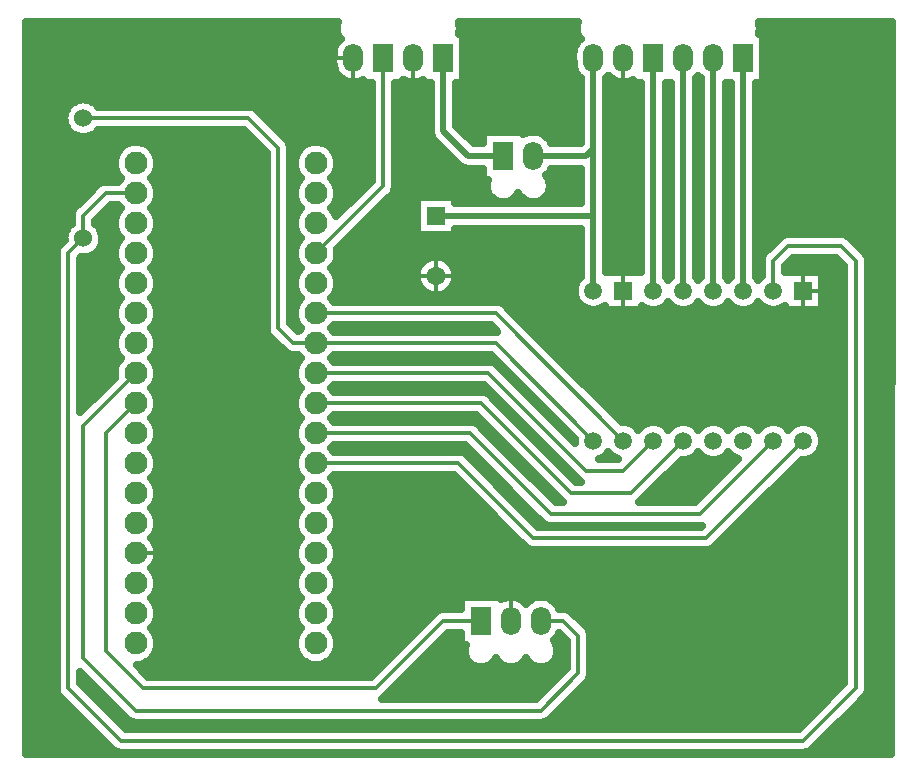
<source format=gbr>
%TF.GenerationSoftware,Novarm,DipTrace,3.2.0.1*%
%TF.CreationDate,2018-02-07T16:10:31+00:00*%
%FSLAX35Y35*%
%MOMM*%
%TF.FileFunction,Copper,L2,Bot*%
%TF.Part,Single*%
%TA.AperFunction,Conductor*%
%ADD14C,0.33*%
%ADD15C,0.5*%
%TA.AperFunction,CopperBalancing*%
%ADD16C,0.635*%
%TA.AperFunction,ComponentPad*%
%ADD17C,1.6*%
%ADD21R,1.6X1.6*%
%ADD22R,1.7X2.4*%
%ADD25C,1.5*%
%ADD26O,1.7X2.4*%
%ADD27C,1.524*%
%ADD31C,1.524*%
%ADD33C,1.9304*%
%ADD37R,1.5X1.5*%
%TA.AperFunction,CopperBalancing*%
%ADD65C,0.33*%
G75*
G01*
%LPD*%
X1571500Y5445000D2*
D14*
X1444500Y5318000D1*
Y1635000D1*
X1889000Y1190500D1*
X7667500D1*
X8112000Y1635000D1*
Y5254500D1*
X7985000Y5381500D1*
X7540500D1*
X7413500Y5254500D1*
Y5000500D1*
X1571500Y5445000D2*
Y5635500D1*
X1762000Y5826000D1*
X2016000D1*
X3540000Y4556000D2*
X5064000D1*
X5889500Y3730500D1*
X1571500Y6461000D2*
X2968500D1*
X3222500Y6207000D1*
Y4683000D1*
X3349500Y4556000D1*
X3540000D1*
Y3540000D2*
X4746500D1*
X5381500Y2905000D1*
X6842000D1*
X7667500Y3730500D1*
X2016000Y4048000D2*
X1762000Y3794000D1*
Y1952500D1*
X2079500Y1635000D1*
X4048000D1*
X4619500Y2206500D1*
X4937000D1*
X5127500Y6143500D2*
D15*
X4829500D1*
X4619500Y6353500D1*
Y6969000D1*
X5889500Y5000500D2*
Y5635500D1*
Y6204500D1*
X5828500Y6143500D1*
X5381500D1*
X5889500Y6204500D2*
Y6969000D1*
X4556000Y5635500D2*
X5889500D1*
X3540000Y4810000D2*
D14*
X5064000D1*
X6143500Y3730500D1*
X3540000Y3794000D2*
X4845000D1*
X5526990Y3112010D1*
X6795010D1*
X7413500Y3730500D1*
X6651500D2*
X6207000Y3286000D1*
X5699000D1*
X4937000Y4048000D1*
X3540000D1*
Y4302000D2*
X5000500D1*
X5826000Y3476500D1*
X6143500D1*
X6397500Y3730500D1*
Y5000500D2*
D15*
Y6969000D1*
X6651500Y5000500D2*
Y6969000D1*
X6905500Y5000500D2*
Y6969000D1*
X7159500Y5000500D2*
Y6969000D1*
X2016000Y4302000D2*
D14*
X1571500Y3857500D1*
Y1889000D1*
X2016000Y1444500D1*
X5445000D1*
X5762500Y1762000D1*
Y2079500D1*
X5635500Y2206500D1*
X5445000D1*
X3540000Y5318000D2*
X4111500Y5889500D1*
Y6969000D1*
X1088146Y7212083D2*
D16*
X3712295D1*
X4764695D2*
X5744300D1*
X7304747D2*
X8411774D1*
X1088146Y7148917D2*
X3733167D1*
X4795138D2*
X5765172D1*
X7335099D2*
X8411683D1*
X1088146Y7085750D2*
X3702907D1*
X4795138D2*
X5734912D1*
X7335099D2*
X8411591D1*
X1088146Y7022583D2*
X3682854D1*
X4795138D2*
X5714860D1*
X7335099D2*
X8411500D1*
X1088146Y6959417D2*
X3681852D1*
X4795138D2*
X5713857D1*
X7335099D2*
X8411500D1*
X1088146Y6896250D2*
X3686136D1*
X4795138D2*
X5718141D1*
X7335099D2*
X8411409D1*
X1088146Y6833083D2*
X3715211D1*
X4795138D2*
X5747216D1*
X7335099D2*
X8411318D1*
X1088146Y6769917D2*
X3809456D1*
X3905554D2*
X3935875D1*
X4287182D2*
X4317437D1*
X4413510D2*
X4443831D1*
X4795138D2*
X5773831D1*
X6005099D2*
X6095485D1*
X6191492D2*
X6221904D1*
X6767169D2*
X6789790D1*
X7335099D2*
X8411227D1*
X1088146Y6706750D2*
X4004326D1*
X4218640D2*
X4503896D1*
X4735164D2*
X5773831D1*
X6005099D2*
X6281878D1*
X6513146D2*
X6535901D1*
X6767169D2*
X6789790D1*
X7021101D2*
X7043928D1*
X7275125D2*
X8411227D1*
X1088146Y6643583D2*
X4004326D1*
X4218640D2*
X4503896D1*
X4735164D2*
X5773831D1*
X6005099D2*
X6281878D1*
X6513146D2*
X6535901D1*
X6767169D2*
X6789790D1*
X7021101D2*
X7043928D1*
X7275125D2*
X8411136D1*
X1088146Y6580417D2*
X1457893D1*
X1685060D2*
X4004326D1*
X4218640D2*
X4503896D1*
X4735164D2*
X5773831D1*
X6005099D2*
X6281878D1*
X6513146D2*
X6535901D1*
X6767169D2*
X6789790D1*
X7021101D2*
X7043928D1*
X7275125D2*
X8411045D1*
X1088146Y6517250D2*
X1414873D1*
X3061179D2*
X4004326D1*
X4218640D2*
X4503896D1*
X4735164D2*
X5773831D1*
X6005099D2*
X6281878D1*
X6513146D2*
X6535901D1*
X6767169D2*
X6789790D1*
X7021101D2*
X7043928D1*
X7275125D2*
X8410953D1*
X1088146Y6454083D2*
X1404847D1*
X3124343D2*
X4004326D1*
X4218640D2*
X4503896D1*
X4735164D2*
X5773831D1*
X6005099D2*
X6281878D1*
X6513146D2*
X6535901D1*
X6767169D2*
X6789790D1*
X7021101D2*
X7043928D1*
X7275125D2*
X8410862D1*
X1088146Y6390917D2*
X1420797D1*
X3187508D2*
X4004326D1*
X4218640D2*
X4503896D1*
X4743002D2*
X5773831D1*
X6005099D2*
X6281878D1*
X6513146D2*
X6535901D1*
X6767169D2*
X6789790D1*
X7021101D2*
X7043928D1*
X7275125D2*
X8410862D1*
X1088146Y6327750D2*
X1475667D1*
X1667286D2*
X2952867D1*
X3250672D2*
X4004326D1*
X4218640D2*
X4506904D1*
X4806166D2*
X4951878D1*
X5467703D2*
X5773831D1*
X6005099D2*
X6281878D1*
X6513146D2*
X6535901D1*
X6767169D2*
X6789790D1*
X7021101D2*
X7043928D1*
X7275125D2*
X8410771D1*
X1088146Y6264583D2*
X3016032D1*
X3311557D2*
X4004326D1*
X4218640D2*
X4547464D1*
X4869330D2*
X4951878D1*
X5533601D2*
X5773831D1*
X6005099D2*
X6281878D1*
X6513146D2*
X6535901D1*
X6767169D2*
X6789790D1*
X7021101D2*
X7043928D1*
X7275125D2*
X8410680D1*
X1088146Y6201417D2*
X1875706D1*
X2156284D2*
X3079196D1*
X3329604D2*
X3399664D1*
X3680333D2*
X4004326D1*
X4218640D2*
X4610719D1*
X6005099D2*
X6281878D1*
X6513146D2*
X6535901D1*
X6767169D2*
X6789790D1*
X7021101D2*
X7043928D1*
X7275125D2*
X8410589D1*
X1088146Y6138250D2*
X1838518D1*
X2193562D2*
X3115380D1*
X3329604D2*
X3362477D1*
X3717521D2*
X4004326D1*
X4218640D2*
X4673883D1*
X6005099D2*
X6281878D1*
X6513146D2*
X6535901D1*
X6767169D2*
X6789790D1*
X7021101D2*
X7043928D1*
X7275125D2*
X8410589D1*
X1088146Y6075083D2*
X1828948D1*
X2203133D2*
X3115380D1*
X3329604D2*
X3352981D1*
X3727091D2*
X4004326D1*
X4218640D2*
X4737047D1*
X6005099D2*
X6281878D1*
X6513146D2*
X6535901D1*
X6767169D2*
X6789790D1*
X7021101D2*
X7043928D1*
X7275125D2*
X8410498D1*
X1088146Y6011917D2*
X1842164D1*
X2189825D2*
X3115380D1*
X3329604D2*
X3366123D1*
X3713875D2*
X4004326D1*
X4218640D2*
X4951878D1*
X5526857D2*
X5773831D1*
X6005099D2*
X6281878D1*
X6513146D2*
X6535901D1*
X6767169D2*
X6789790D1*
X7021101D2*
X7043928D1*
X7275125D2*
X8410407D1*
X1088146Y5948750D2*
X1876891D1*
X2155099D2*
X3115380D1*
X3329604D2*
X3400849D1*
X3679148D2*
X4004326D1*
X4218640D2*
X4951878D1*
X5513914D2*
X5773831D1*
X6005099D2*
X6281878D1*
X6513146D2*
X6535901D1*
X6767169D2*
X6789790D1*
X7021101D2*
X7043928D1*
X7275125D2*
X8410315D1*
X1088146Y5885583D2*
X1672724D1*
X2193015D2*
X3115380D1*
X3329604D2*
X3362933D1*
X3717065D2*
X3958662D1*
X4218549D2*
X4981956D1*
X5527130D2*
X5773831D1*
X6005099D2*
X6281878D1*
X6513146D2*
X6535901D1*
X6767169D2*
X6789790D1*
X7021101D2*
X7043928D1*
X7275125D2*
X8410315D1*
X1088146Y5822417D2*
X1609560D1*
X2203133D2*
X3115380D1*
X3329604D2*
X3352805D1*
X3727091D2*
X3895498D1*
X4193028D2*
X4999091D1*
X5509903D2*
X5773831D1*
X6005099D2*
X6281878D1*
X6513146D2*
X6535901D1*
X6767169D2*
X6789790D1*
X7021101D2*
X7043928D1*
X7275125D2*
X8410224D1*
X1088146Y5759250D2*
X1546396D1*
X2190372D2*
X3115380D1*
X3329604D2*
X3365576D1*
X3714422D2*
X3832334D1*
X4130138D2*
X4385315D1*
X4726596D2*
X5071826D1*
X5183237D2*
X5325758D1*
X5437169D2*
X5773831D1*
X6005099D2*
X6281878D1*
X6513146D2*
X6535901D1*
X6767169D2*
X6789790D1*
X7021101D2*
X7043928D1*
X7275125D2*
X8410133D1*
X1088146Y5696083D2*
X1484599D1*
X1780945D2*
X1878167D1*
X2153823D2*
X3115380D1*
X3329604D2*
X3402125D1*
X3677872D2*
X3769170D1*
X4066974D2*
X4385315D1*
X6005099D2*
X6281878D1*
X6513146D2*
X6535901D1*
X6767169D2*
X6789790D1*
X7021101D2*
X7043928D1*
X7275125D2*
X8410042D1*
X1088146Y5632917D2*
X1464365D1*
X1717781D2*
X1839430D1*
X2192560D2*
X3115380D1*
X3329604D2*
X3363388D1*
X4003810D2*
X4385315D1*
X6005099D2*
X6281878D1*
X6513146D2*
X6535901D1*
X6767169D2*
X6789790D1*
X7021101D2*
X7043928D1*
X7275125D2*
X8410042D1*
X1088146Y5569750D2*
X1464183D1*
X1678862D2*
X1828857D1*
X2203133D2*
X3115380D1*
X3329604D2*
X3352805D1*
X3940646D2*
X4385315D1*
X6005099D2*
X6281878D1*
X6513146D2*
X6535901D1*
X6767169D2*
X6789790D1*
X7021101D2*
X7043928D1*
X7275125D2*
X8409951D1*
X1088146Y5506583D2*
X1416969D1*
X1726075D2*
X1841071D1*
X2190919D2*
X3115380D1*
X3329604D2*
X3365120D1*
X3877482D2*
X4385315D1*
X4726596D2*
X5773831D1*
X6005099D2*
X6281878D1*
X6513146D2*
X6535901D1*
X6767169D2*
X6789790D1*
X7021101D2*
X7043928D1*
X7275125D2*
X8409860D1*
X1088146Y5443417D2*
X1404664D1*
X1738289D2*
X1879443D1*
X2152547D2*
X3115380D1*
X3329604D2*
X3403401D1*
X3814317D2*
X5773831D1*
X6005099D2*
X6281878D1*
X6513146D2*
X6535901D1*
X6767169D2*
X6789790D1*
X7021101D2*
X7043928D1*
X7275125D2*
X7453558D1*
X8072013D2*
X8409768D1*
X1088146Y5380250D2*
X1358909D1*
X1724708D2*
X1839886D1*
X2192104D2*
X3115380D1*
X3329604D2*
X3363935D1*
X3751153D2*
X5773831D1*
X6005099D2*
X6281878D1*
X6513146D2*
X6535901D1*
X6767169D2*
X6789790D1*
X7021101D2*
X7043928D1*
X7275125D2*
X7390393D1*
X8135177D2*
X8409677D1*
X1088146Y5317083D2*
X1337399D1*
X1674760D2*
X1828857D1*
X2203133D2*
X3115380D1*
X3329604D2*
X3352805D1*
X3727182D2*
X5773831D1*
X6005099D2*
X6281878D1*
X6513146D2*
X6535901D1*
X6767169D2*
X6789790D1*
X7021101D2*
X7043928D1*
X7275125D2*
X7328141D1*
X8197338D2*
X8409677D1*
X1088146Y5253917D2*
X1337399D1*
X1551622D2*
X1840615D1*
X2191466D2*
X3115380D1*
X3329604D2*
X3364573D1*
X3715424D2*
X4444742D1*
X4667260D2*
X5773831D1*
X6005099D2*
X6281878D1*
X6513146D2*
X6535901D1*
X6767169D2*
X6789790D1*
X7021101D2*
X7043928D1*
X7275125D2*
X7306357D1*
X7561778D2*
X7963701D1*
X8219122D2*
X8409586D1*
X1088146Y5190750D2*
X1337399D1*
X1551622D2*
X1880719D1*
X2151271D2*
X3115380D1*
X3329604D2*
X3404677D1*
X3675320D2*
X4397985D1*
X4714018D2*
X5773831D1*
X6005099D2*
X6281878D1*
X6513146D2*
X6535901D1*
X6767169D2*
X6789790D1*
X7021101D2*
X7043928D1*
X7275125D2*
X7306357D1*
X7520672D2*
X8004899D1*
X8219122D2*
X8409495D1*
X1088146Y5127583D2*
X1337399D1*
X1551622D2*
X1840433D1*
X2191648D2*
X3115380D1*
X3329604D2*
X3364391D1*
X3715607D2*
X4385315D1*
X4726596D2*
X5773831D1*
X6513146D2*
X6535901D1*
X6767169D2*
X6789790D1*
X7021101D2*
X7043928D1*
X7275125D2*
X7306357D1*
X7833120D2*
X8004899D1*
X8219122D2*
X8409404D1*
X1088146Y5064417D2*
X1337399D1*
X1551622D2*
X1828857D1*
X2203133D2*
X3115380D1*
X3329604D2*
X3352805D1*
X3727182D2*
X4397985D1*
X4714018D2*
X5737282D1*
X7833120D2*
X8004899D1*
X8219122D2*
X8409404D1*
X1088146Y5001250D2*
X1337399D1*
X1551622D2*
X1840068D1*
X2191922D2*
X3115380D1*
X3329604D2*
X3364117D1*
X3715880D2*
X4444560D1*
X4667442D2*
X5723883D1*
X7833120D2*
X8004899D1*
X8219122D2*
X8409313D1*
X1088146Y4938083D2*
X1337399D1*
X1551622D2*
X1879899D1*
X2152091D2*
X3115380D1*
X3329604D2*
X3403857D1*
X3676140D2*
X5736643D1*
X7833120D2*
X8004899D1*
X8219122D2*
X8409222D1*
X1088146Y4874917D2*
X1337399D1*
X1551622D2*
X1840888D1*
X2191101D2*
X3115380D1*
X3329604D2*
X3364938D1*
X5147963D2*
X5785133D1*
X6501843D2*
X6547203D1*
X6755867D2*
X6801136D1*
X7009799D2*
X7055159D1*
X7263823D2*
X7309183D1*
X7833120D2*
X8004899D1*
X8219122D2*
X8409130D1*
X1088146Y4811750D2*
X1337399D1*
X1551622D2*
X1828857D1*
X2203133D2*
X3115380D1*
X3329604D2*
X3352805D1*
X5211127D2*
X8004899D1*
X8219122D2*
X8409130D1*
X1088146Y4748583D2*
X1337399D1*
X1551622D2*
X1839612D1*
X2192377D2*
X3115380D1*
X3329604D2*
X3363571D1*
X5274291D2*
X8004899D1*
X8219122D2*
X8409039D1*
X1088146Y4685417D2*
X1337399D1*
X1551622D2*
X1878623D1*
X2153367D2*
X3115380D1*
X3368979D2*
X3402581D1*
X3677416D2*
X5039651D1*
X5337455D2*
X8004899D1*
X8219122D2*
X8408948D1*
X1088146Y4622250D2*
X1337399D1*
X1551622D2*
X1841435D1*
X2190554D2*
X3135706D1*
X5400620D2*
X8004899D1*
X8219122D2*
X8408857D1*
X1088146Y4559083D2*
X1337399D1*
X1551622D2*
X1828857D1*
X2203133D2*
X3197503D1*
X5463784D2*
X8004899D1*
X8219122D2*
X8408857D1*
X1088146Y4495917D2*
X1337399D1*
X1551622D2*
X1839157D1*
X2192924D2*
X3260667D1*
X5526948D2*
X8004899D1*
X8219122D2*
X8408766D1*
X1088146Y4432750D2*
X1337399D1*
X1551622D2*
X1877347D1*
X2154643D2*
X3401396D1*
X3678601D2*
X5038375D1*
X5590112D2*
X8004899D1*
X8219122D2*
X8408675D1*
X1088146Y4369583D2*
X1337399D1*
X1551622D2*
X1841982D1*
X2190099D2*
X3365940D1*
X5081791D2*
X5101575D1*
X5653276D2*
X8004899D1*
X8219122D2*
X8408584D1*
X1088146Y4306417D2*
X1337399D1*
X1551622D2*
X1828857D1*
X2203133D2*
X3352907D1*
X5144955D2*
X5164703D1*
X5716440D2*
X8004899D1*
X8219122D2*
X8408584D1*
X1088146Y4243250D2*
X1337399D1*
X1551622D2*
X1808349D1*
X2193380D2*
X3362659D1*
X5208120D2*
X5227887D1*
X5779604D2*
X8004899D1*
X8219122D2*
X8408492D1*
X1088146Y4180083D2*
X1337399D1*
X1551622D2*
X1745185D1*
X2155919D2*
X3400120D1*
X3679877D2*
X4973571D1*
X5271284D2*
X5290970D1*
X5842768D2*
X8004899D1*
X8219122D2*
X8408401D1*
X1088146Y4116917D2*
X1337399D1*
X1551622D2*
X1682021D1*
X2189552D2*
X3366487D1*
X5016987D2*
X5036680D1*
X5334448D2*
X5354196D1*
X5905932D2*
X8004899D1*
X8219122D2*
X8408310D1*
X1088146Y4053750D2*
X1337399D1*
X1551622D2*
X1618857D1*
X2203041D2*
X3352907D1*
X5080151D2*
X5099780D1*
X5397612D2*
X5417360D1*
X5969096D2*
X8004899D1*
X8219122D2*
X8408219D1*
X1088146Y3990583D2*
X1337399D1*
X2193836D2*
X3362203D1*
X5143315D2*
X5163063D1*
X5460776D2*
X5480516D1*
X6032260D2*
X8004899D1*
X8219122D2*
X8408219D1*
X1088146Y3927417D2*
X1337399D1*
X2157104D2*
X3398935D1*
X3681062D2*
X4908675D1*
X5206479D2*
X5226207D1*
X5523940D2*
X5543756D1*
X6095515D2*
X8004899D1*
X8219122D2*
X8408128D1*
X1088146Y3864250D2*
X1337399D1*
X2188914D2*
X3367034D1*
X4923653D2*
X4971839D1*
X5269643D2*
X5289347D1*
X5587104D2*
X5606852D1*
X6236336D2*
X6304664D1*
X6490359D2*
X6558597D1*
X6744383D2*
X6812620D1*
X6998406D2*
X7066643D1*
X7252338D2*
X7320667D1*
X7506362D2*
X7574599D1*
X7760385D2*
X8004899D1*
X8219122D2*
X8408037D1*
X1088146Y3801083D2*
X1337399D1*
X2203041D2*
X3352998D1*
X4986817D2*
X5035003D1*
X5332807D2*
X5352555D1*
X5650268D2*
X5669978D1*
X7816622D2*
X8004899D1*
X8219122D2*
X8407946D1*
X1088146Y3737917D2*
X1337399D1*
X2194200D2*
X3361748D1*
X5049982D2*
X5098167D1*
X5395971D2*
X5415719D1*
X7832937D2*
X8004899D1*
X8219122D2*
X8407946D1*
X1088146Y3674750D2*
X1337399D1*
X2158289D2*
X3397750D1*
X3682247D2*
X4815341D1*
X5113146D2*
X5161331D1*
X5459135D2*
X5478931D1*
X7823093D2*
X8004899D1*
X8219122D2*
X8407854D1*
X1088146Y3611583D2*
X1337399D1*
X2188367D2*
X3367581D1*
X4823849D2*
X4878505D1*
X5176310D2*
X5224495D1*
X5522299D2*
X5542071D1*
X6001817D2*
X6031136D1*
X6763797D2*
X6793206D1*
X7017820D2*
X7047115D1*
X7779799D2*
X8004899D1*
X8219122D2*
X8407763D1*
X1088146Y3548417D2*
X1337399D1*
X2202950D2*
X3352998D1*
X4887013D2*
X4941670D1*
X5239474D2*
X5287659D1*
X5585463D2*
X5605211D1*
X6618328D2*
X7082503D1*
X7634330D2*
X8004899D1*
X8219122D2*
X8407672D1*
X1088146Y3485250D2*
X1337399D1*
X2194656D2*
X3361292D1*
X4950177D2*
X5004834D1*
X5302638D2*
X5350823D1*
X5648627D2*
X5668326D1*
X6555164D2*
X7019339D1*
X7571166D2*
X8004899D1*
X8219122D2*
X8407672D1*
X1088146Y3422083D2*
X1337399D1*
X2159383D2*
X3396565D1*
X3683432D2*
X4715537D1*
X5013341D2*
X5067998D1*
X5365802D2*
X5413987D1*
X5711791D2*
X5731575D1*
X6492000D2*
X6956175D1*
X7508002D2*
X8004899D1*
X8219122D2*
X8407581D1*
X1088146Y3358917D2*
X1337399D1*
X2187820D2*
X3368219D1*
X3711778D2*
X4778701D1*
X5076505D2*
X5131162D1*
X5428966D2*
X5477151D1*
X6428836D2*
X6893011D1*
X7444838D2*
X8004899D1*
X8219122D2*
X8407490D1*
X1088146Y3295750D2*
X1337399D1*
X2202859D2*
X3353089D1*
X3726909D2*
X4841865D1*
X5139669D2*
X5194326D1*
X5492130D2*
X5540407D1*
X6365672D2*
X6829847D1*
X7381674D2*
X8004899D1*
X8219122D2*
X8407399D1*
X1088146Y3232583D2*
X1337399D1*
X2195112D2*
X3360927D1*
X3719070D2*
X4905029D1*
X5202833D2*
X5257490D1*
X5555294D2*
X5603571D1*
X6302508D2*
X6766683D1*
X7318510D2*
X8004899D1*
X8219122D2*
X8407399D1*
X1088146Y3169417D2*
X1337399D1*
X2160567D2*
X3395472D1*
X3684526D2*
X4968193D1*
X5265997D2*
X5320654D1*
X7255346D2*
X8004899D1*
X8219122D2*
X8407308D1*
X1088146Y3106250D2*
X1337399D1*
X2187182D2*
X3368766D1*
X3711232D2*
X5031357D1*
X5329161D2*
X5383818D1*
X7192182D2*
X8004899D1*
X8219122D2*
X8407216D1*
X1088146Y3043083D2*
X1337399D1*
X2202859D2*
X3353180D1*
X3726817D2*
X5094521D1*
X5392325D2*
X5446982D1*
X7128927D2*
X8004899D1*
X8219122D2*
X8407125D1*
X1088146Y2979917D2*
X1337399D1*
X2195476D2*
X3360472D1*
X3719526D2*
X5157685D1*
X7065763D2*
X8004899D1*
X8219122D2*
X8407125D1*
X1088146Y2916750D2*
X1337399D1*
X2161661D2*
X3394287D1*
X3685711D2*
X5220849D1*
X7002599D2*
X8004899D1*
X8219122D2*
X8407034D1*
X1088146Y2853583D2*
X1337399D1*
X2186635D2*
X3369404D1*
X3710593D2*
X5284013D1*
X6939435D2*
X8004899D1*
X8219122D2*
X8406943D1*
X1088146Y2790417D2*
X1337399D1*
X2202768D2*
X3353271D1*
X3726726D2*
X8004899D1*
X8219122D2*
X8406852D1*
X1088146Y2727250D2*
X1337399D1*
X2195932D2*
X3360107D1*
X3719890D2*
X8004899D1*
X8219122D2*
X8406761D1*
X1088146Y2664083D2*
X1337399D1*
X2162755D2*
X3393284D1*
X3686804D2*
X8004899D1*
X8219122D2*
X8406761D1*
X1088146Y2600917D2*
X1337399D1*
X2185997D2*
X3370042D1*
X3709955D2*
X8004899D1*
X8219122D2*
X8406670D1*
X1088146Y2537750D2*
X1337399D1*
X2202677D2*
X3353362D1*
X3726635D2*
X8004899D1*
X8219122D2*
X8406578D1*
X1088146Y2474583D2*
X1337399D1*
X2196297D2*
X3359742D1*
X3720255D2*
X8004899D1*
X8219122D2*
X8406487D1*
X1088146Y2411417D2*
X1337399D1*
X2163849D2*
X3392190D1*
X3687807D2*
X8004899D1*
X8219122D2*
X8406487D1*
X1088146Y2348250D2*
X1337399D1*
X2185359D2*
X3370680D1*
X3709317D2*
X4761383D1*
X5582729D2*
X8004899D1*
X8219122D2*
X8406396D1*
X1088146Y2285083D2*
X1337399D1*
X2202495D2*
X3353453D1*
X3726544D2*
X4550016D1*
X5704955D2*
X8004899D1*
X8219122D2*
X8406305D1*
X1088146Y2221917D2*
X1337399D1*
X2196661D2*
X3359378D1*
X3720620D2*
X4486032D1*
X5768940D2*
X8004899D1*
X8219122D2*
X8406214D1*
X1088146Y2158750D2*
X1337399D1*
X2164851D2*
X3391097D1*
X3688901D2*
X4422867D1*
X5832104D2*
X8004899D1*
X8219122D2*
X8406214D1*
X1088146Y2095583D2*
X1337399D1*
X2184721D2*
X3371318D1*
X3708679D2*
X4359703D1*
X4657508D2*
X4761383D1*
X5868380D2*
X8004899D1*
X8219122D2*
X8406123D1*
X1088146Y2032417D2*
X1337399D1*
X2202403D2*
X3353545D1*
X3726453D2*
X4296539D1*
X4594343D2*
X4761383D1*
X5565411D2*
X5655341D1*
X5869656D2*
X8004899D1*
X8219122D2*
X8406032D1*
X1088146Y1969250D2*
X1337399D1*
X2197026D2*
X3359013D1*
X3720984D2*
X4233375D1*
X4531179D2*
X4792373D1*
X5589656D2*
X5655341D1*
X5869656D2*
X8004899D1*
X8219122D2*
X8405940D1*
X1088146Y1906083D2*
X1337399D1*
X2165945D2*
X3390094D1*
X3689903D2*
X4170211D1*
X4468015D2*
X4799300D1*
X5582638D2*
X5655341D1*
X5869656D2*
X8004899D1*
X8219122D2*
X8405940D1*
X1088146Y1842917D2*
X1337399D1*
X2074617D2*
X3481331D1*
X3598666D2*
X4107047D1*
X4404760D2*
X4844690D1*
X5029291D2*
X5098623D1*
X5283315D2*
X5352646D1*
X5537338D2*
X5655341D1*
X5869656D2*
X8004899D1*
X8219122D2*
X8405849D1*
X1088146Y1779750D2*
X1337399D1*
X2083640D2*
X4043883D1*
X4341596D2*
X5631370D1*
X5869656D2*
X8004899D1*
X8219122D2*
X8405758D1*
X1088146Y1716583D2*
X1337399D1*
X1551622D2*
X1595068D1*
X4278432D2*
X5568206D1*
X5858810D2*
X8004899D1*
X8219122D2*
X8405667D1*
X1088146Y1653417D2*
X1337399D1*
X1574955D2*
X1658232D1*
X4215268D2*
X5505042D1*
X5802846D2*
X7981565D1*
X8219122D2*
X8405576D1*
X1088146Y1590250D2*
X1347880D1*
X1638120D2*
X1721396D1*
X4152104D2*
X5441878D1*
X5739682D2*
X7918401D1*
X8208640D2*
X8405576D1*
X1088146Y1527083D2*
X1403571D1*
X1701284D2*
X1784560D1*
X5676427D2*
X7855237D1*
X8152950D2*
X8405485D1*
X1088146Y1463917D2*
X1466735D1*
X1764448D2*
X1847724D1*
X5613263D2*
X7792073D1*
X8089786D2*
X8405393D1*
X1088146Y1400750D2*
X1529899D1*
X1827612D2*
X1910888D1*
X5550099D2*
X7728818D1*
X8026622D2*
X8405302D1*
X1088146Y1337583D2*
X1593063D1*
X1890776D2*
X7665654D1*
X7963458D2*
X8405302D1*
X1088146Y1274417D2*
X1656227D1*
X7900294D2*
X8405211D1*
X1088146Y1211250D2*
X1719391D1*
X7837130D2*
X8405120D1*
X1088146Y1148083D2*
X1782555D1*
X7773966D2*
X8405029D1*
X1088146Y1084917D2*
X8405029D1*
X4720224Y5122834D2*
X4718636Y5104245D1*
X4714951Y5085956D1*
X4709216Y5068203D1*
X4701505Y5051214D1*
X4691918Y5035209D1*
X4680578Y5020394D1*
X4667631Y5006961D1*
X4653245Y4995082D1*
X4637605Y4984910D1*
X4620913Y4976578D1*
X4603383Y4970191D1*
X4585243Y4965833D1*
X4566725Y4963560D1*
X4548069Y4963402D1*
X4529516Y4965359D1*
X4511303Y4969407D1*
X4493668Y4975494D1*
X4476836Y4983541D1*
X4461025Y4993444D1*
X4446438Y5005077D1*
X4433265Y5018288D1*
X4421674Y5032907D1*
X4411816Y5048746D1*
X4403817Y5065601D1*
X4397780Y5083254D1*
X4393784Y5101478D1*
X4391880Y5120037D1*
X4392092Y5138692D1*
X4394417Y5157203D1*
X4398827Y5175332D1*
X4405263Y5192843D1*
X4413644Y5209511D1*
X4423860Y5225122D1*
X4435780Y5239474D1*
X4449250Y5252383D1*
X4464097Y5263680D1*
X4480129Y5273222D1*
X4497140Y5280884D1*
X4514909Y5286568D1*
X4533209Y5290201D1*
X4551802Y5291736D1*
X4570450Y5291153D1*
X4588911Y5288460D1*
X4606948Y5283691D1*
X4624327Y5276907D1*
X4640826Y5268197D1*
X4656231Y5257673D1*
X4670343Y5245470D1*
X4682981Y5231746D1*
X4693981Y5216677D1*
X4703202Y5200458D1*
X4710524Y5183299D1*
X4715854Y5165420D1*
X4719122Y5147051D1*
X4720290Y5127500D1*
X4720224Y5122834D1*
X4415043Y5799790D2*
X4720290D1*
Y5744829D1*
X5780180Y5744790D1*
X5780210Y6034263D1*
X5533643Y6034210D1*
X5525843Y6020046D1*
X5510229Y5998555D1*
X5491445Y5979771D1*
X5489121Y5977939D1*
X5500264Y5962279D1*
X5510187Y5942804D1*
X5516941Y5922017D1*
X5520361Y5900429D1*
Y5878571D1*
X5516941Y5856983D1*
X5510187Y5836196D1*
X5500264Y5816721D1*
X5487417Y5799038D1*
X5471962Y5783583D1*
X5454279Y5770736D1*
X5434804Y5760813D1*
X5414017Y5754059D1*
X5392429Y5750639D1*
X5370571D1*
X5348983Y5754059D1*
X5328196Y5760813D1*
X5308721Y5770736D1*
X5291038Y5783583D1*
X5275583Y5799038D1*
X5262736Y5816721D1*
X5254548Y5832433D1*
X5246264Y5816721D1*
X5233417Y5799038D1*
X5217962Y5783583D1*
X5200279Y5770736D1*
X5180804Y5760813D1*
X5160017Y5754059D1*
X5138429Y5750639D1*
X5116571D1*
X5094983Y5754059D1*
X5074196Y5760813D1*
X5054721Y5770736D1*
X5037038Y5783583D1*
X5021583Y5799038D1*
X5008736Y5816721D1*
X4998813Y5836196D1*
X4992059Y5856983D1*
X4988639Y5878571D1*
Y5900429D1*
X4992059Y5922017D1*
X4997497Y5939237D1*
X4958210Y5939210D1*
Y6034275D1*
X4820925Y6034547D1*
X4803987Y6037230D1*
X4787676Y6042529D1*
X4772396Y6050315D1*
X4758522Y6060395D1*
X4686224Y6132217D1*
X4536395Y6282522D1*
X4526315Y6296396D1*
X4518529Y6311676D1*
X4513230Y6327987D1*
X4510547Y6344925D1*
X4510210Y6446833D1*
Y6764659D1*
X4450210Y6764710D1*
X4450099Y6787364D1*
X4433449Y6778945D1*
X4415974Y6772410D1*
X4397886Y6767837D1*
X4379404Y6765282D1*
X4360754Y6764777D1*
X4342161Y6766326D1*
X4323852Y6769913D1*
X4306049Y6775492D1*
X4288967Y6782997D1*
X4280779Y6787435D1*
X4280791Y6764709D1*
X4212340D1*
X4211979Y5881592D1*
X4209505Y5865971D1*
X4204618Y5850929D1*
X4197438Y5836837D1*
X4188141Y5824042D1*
X4116773Y5752234D1*
X3717377Y5352838D1*
X3720253Y5332186D1*
Y5303814D1*
X3715814Y5275791D1*
X3707047Y5248807D1*
X3694166Y5223527D1*
X3677489Y5200573D1*
X3668643Y5191003D1*
X3686278Y5170277D1*
X3701103Y5146086D1*
X3711961Y5119873D1*
X3718584Y5092285D1*
X3720810Y5064000D1*
X3718584Y5035715D1*
X3711961Y5008127D1*
X3701103Y4981914D1*
X3686278Y4957723D1*
X3668643Y4937003D1*
X3686278Y4916277D1*
X3689945Y4910790D1*
X5071908Y4910480D1*
X5087529Y4908005D1*
X5102571Y4903118D1*
X5116663Y4895938D1*
X5129458Y4886642D1*
X5201266Y4815273D1*
X6127604Y3888935D1*
X6143500Y3889790D1*
X6168418Y3887829D1*
X6192723Y3881994D1*
X6215816Y3872428D1*
X6237128Y3859368D1*
X6256135Y3843135D1*
X6270463Y3826546D1*
X6284865Y3843135D1*
X6303872Y3859368D1*
X6325184Y3872428D1*
X6348277Y3881994D1*
X6372582Y3887829D1*
X6397500Y3889790D1*
X6422418Y3887829D1*
X6446723Y3881994D1*
X6469816Y3872428D1*
X6491128Y3859368D1*
X6510135Y3843135D1*
X6524463Y3826546D1*
X6538865Y3843135D1*
X6557872Y3859368D1*
X6579184Y3872428D1*
X6602277Y3881994D1*
X6626582Y3887829D1*
X6651500Y3889790D1*
X6676418Y3887829D1*
X6700723Y3881994D1*
X6723816Y3872428D1*
X6745128Y3859368D1*
X6764135Y3843135D1*
X6778463Y3826546D1*
X6792865Y3843135D1*
X6811872Y3859368D1*
X6833184Y3872428D1*
X6856277Y3881994D1*
X6880582Y3887829D1*
X6905500Y3889790D1*
X6930418Y3887829D1*
X6954723Y3881994D1*
X6977816Y3872428D1*
X6999128Y3859368D1*
X7018135Y3843135D1*
X7032463Y3826546D1*
X7046865Y3843135D1*
X7065872Y3859368D1*
X7087184Y3872428D1*
X7110277Y3881994D1*
X7134582Y3887829D1*
X7159500Y3889790D1*
X7184418Y3887829D1*
X7208723Y3881994D1*
X7231816Y3872428D1*
X7253128Y3859368D1*
X7272135Y3843135D1*
X7286463Y3826546D1*
X7300865Y3843135D1*
X7319872Y3859368D1*
X7341184Y3872428D1*
X7364277Y3881994D1*
X7388582Y3887829D1*
X7413500Y3889790D1*
X7438418Y3887829D1*
X7462723Y3881994D1*
X7485816Y3872428D1*
X7507128Y3859368D1*
X7526135Y3843135D1*
X7540463Y3826546D1*
X7554865Y3843135D1*
X7573872Y3859368D1*
X7595184Y3872428D1*
X7618277Y3881994D1*
X7642582Y3887829D1*
X7667500Y3889790D1*
X7692418Y3887829D1*
X7716723Y3881994D1*
X7739816Y3872428D1*
X7761128Y3859368D1*
X7780135Y3843135D1*
X7796368Y3824128D1*
X7809428Y3802816D1*
X7818994Y3779723D1*
X7824829Y3755418D1*
X7826790Y3730500D1*
X7824829Y3705582D1*
X7818994Y3681277D1*
X7809428Y3658184D1*
X7796368Y3636872D1*
X7780135Y3617865D1*
X7761128Y3601632D1*
X7739816Y3588572D1*
X7716723Y3579006D1*
X7692418Y3573171D1*
X7667500Y3571210D1*
X7651654Y3572097D1*
X6907458Y2828358D1*
X6894663Y2819062D1*
X6880571Y2811882D1*
X6865529Y2806994D1*
X6849908Y2804520D1*
X6748667Y2804210D1*
X5373592Y2804520D1*
X5357971Y2806994D1*
X5342929Y2811882D1*
X5328837Y2819062D1*
X5316042Y2828358D1*
X5244234Y2899727D1*
X4704724Y3439237D1*
X3690029Y3439210D1*
X3677489Y3422573D1*
X3668643Y3413003D1*
X3686278Y3392277D1*
X3701103Y3368086D1*
X3711961Y3341873D1*
X3718584Y3314285D1*
X3720810Y3286000D1*
X3718584Y3257715D1*
X3711961Y3230127D1*
X3701103Y3203914D1*
X3686278Y3179723D1*
X3668643Y3159003D1*
X3686278Y3138277D1*
X3701103Y3114086D1*
X3711961Y3087873D1*
X3718584Y3060285D1*
X3720810Y3032000D1*
X3718584Y3003715D1*
X3711961Y2976127D1*
X3701103Y2949914D1*
X3686278Y2925723D1*
X3668643Y2905003D1*
X3686278Y2884277D1*
X3701103Y2860086D1*
X3711961Y2833873D1*
X3718584Y2806285D1*
X3720810Y2778000D1*
X3718584Y2749715D1*
X3711961Y2722127D1*
X3701103Y2695914D1*
X3686278Y2671723D1*
X3668643Y2651003D1*
X3686278Y2630277D1*
X3701103Y2606086D1*
X3711961Y2579873D1*
X3718584Y2552285D1*
X3720810Y2524000D1*
X3718584Y2495715D1*
X3711961Y2468127D1*
X3701103Y2441914D1*
X3686278Y2417723D1*
X3668643Y2397003D1*
X3686278Y2376277D1*
X3701103Y2352086D1*
X3711961Y2325873D1*
X3718584Y2298285D1*
X3720810Y2270000D1*
X3718584Y2241715D1*
X3711961Y2214127D1*
X3701103Y2187914D1*
X3686278Y2163723D1*
X3668643Y2143003D1*
X3686278Y2122277D1*
X3701103Y2098086D1*
X3711961Y2071873D1*
X3718584Y2044285D1*
X3720810Y2016000D1*
X3718584Y1987715D1*
X3711961Y1960127D1*
X3701103Y1933914D1*
X3686278Y1909723D1*
X3667852Y1888148D1*
X3646277Y1869722D1*
X3622086Y1854897D1*
X3595873Y1844039D1*
X3568285Y1837416D1*
X3540000Y1835190D1*
X3511715Y1837416D1*
X3484127Y1844039D1*
X3457914Y1854897D1*
X3433723Y1869722D1*
X3412148Y1888148D1*
X3393722Y1909723D1*
X3378897Y1933914D1*
X3368039Y1960127D1*
X3361416Y1987715D1*
X3359190Y2016000D1*
X3361416Y2044285D1*
X3368039Y2071873D1*
X3378897Y2098086D1*
X3393722Y2122277D1*
X3411357Y2142997D1*
X3393722Y2163723D1*
X3378897Y2187914D1*
X3368039Y2214127D1*
X3361416Y2241715D1*
X3359190Y2270000D1*
X3361416Y2298285D1*
X3368039Y2325873D1*
X3378897Y2352086D1*
X3393722Y2376277D1*
X3411357Y2396997D1*
X3393722Y2417723D1*
X3378897Y2441914D1*
X3368039Y2468127D1*
X3361416Y2495715D1*
X3359190Y2524000D1*
X3361416Y2552285D1*
X3368039Y2579873D1*
X3378897Y2606086D1*
X3393722Y2630277D1*
X3411357Y2650997D1*
X3393722Y2671723D1*
X3378897Y2695914D1*
X3368039Y2722127D1*
X3361416Y2749715D1*
X3359190Y2778000D1*
X3361416Y2806285D1*
X3368039Y2833873D1*
X3378897Y2860086D1*
X3393722Y2884277D1*
X3411357Y2904997D1*
X3393722Y2925723D1*
X3378897Y2949914D1*
X3368039Y2976127D1*
X3361416Y3003715D1*
X3359190Y3032000D1*
X3361416Y3060285D1*
X3368039Y3087873D1*
X3378897Y3114086D1*
X3393722Y3138277D1*
X3411357Y3158997D1*
X3393722Y3179723D1*
X3378897Y3203914D1*
X3368039Y3230127D1*
X3361416Y3257715D1*
X3359190Y3286000D1*
X3361416Y3314285D1*
X3368039Y3341873D1*
X3378897Y3368086D1*
X3393722Y3392277D1*
X3411357Y3412997D1*
X3393722Y3433723D1*
X3378897Y3457914D1*
X3368039Y3484127D1*
X3361416Y3511715D1*
X3359190Y3540000D1*
X3361416Y3568285D1*
X3368039Y3595873D1*
X3378897Y3622086D1*
X3393722Y3646277D1*
X3411357Y3666997D1*
X3393722Y3687723D1*
X3378897Y3711914D1*
X3368039Y3738127D1*
X3361416Y3765715D1*
X3359190Y3794000D1*
X3361416Y3822285D1*
X3368039Y3849873D1*
X3378897Y3876086D1*
X3393722Y3900277D1*
X3411357Y3920997D1*
X3393722Y3941723D1*
X3378897Y3965914D1*
X3368039Y3992127D1*
X3361416Y4019715D1*
X3359190Y4048000D1*
X3361416Y4076285D1*
X3368039Y4103873D1*
X3378897Y4130086D1*
X3393722Y4154277D1*
X3411357Y4174997D1*
X3393722Y4195723D1*
X3378897Y4219914D1*
X3368039Y4246127D1*
X3361416Y4273715D1*
X3359190Y4302000D1*
X3361416Y4330285D1*
X3368039Y4357873D1*
X3378897Y4384086D1*
X3393722Y4408277D1*
X3411357Y4428997D1*
X3393722Y4449723D1*
X3390055Y4455210D1*
X3341592Y4455520D1*
X3325971Y4457995D1*
X3310929Y4462882D1*
X3296837Y4470062D1*
X3284042Y4479358D1*
X3212234Y4550727D1*
X3145858Y4617542D1*
X3136562Y4630337D1*
X3129382Y4644429D1*
X3124495Y4659471D1*
X3122020Y4675092D1*
X3121710Y4776333D1*
Y6165305D1*
X2926752Y6360209D1*
X1696378Y6360210D1*
X1684984Y6347516D1*
X1665834Y6331161D1*
X1644361Y6318002D1*
X1621094Y6308365D1*
X1596606Y6302486D1*
X1571500Y6300510D1*
X1546394Y6302486D1*
X1521906Y6308365D1*
X1498639Y6318002D1*
X1477166Y6331161D1*
X1458016Y6347516D1*
X1441661Y6366666D1*
X1428502Y6388139D1*
X1418865Y6411406D1*
X1412986Y6435894D1*
X1411010Y6461000D1*
X1412986Y6486106D1*
X1418865Y6510594D1*
X1428502Y6533861D1*
X1441661Y6555334D1*
X1458016Y6574484D1*
X1477166Y6590839D1*
X1498639Y6603998D1*
X1521906Y6613635D1*
X1546394Y6619514D1*
X1571500Y6621490D1*
X1596606Y6619514D1*
X1621094Y6613635D1*
X1644361Y6603998D1*
X1665834Y6590839D1*
X1684984Y6574484D1*
X1696250Y6561789D1*
X2976408Y6561480D1*
X2992029Y6559005D1*
X3007071Y6554118D1*
X3021163Y6546938D1*
X3033958Y6537642D1*
X3105766Y6466273D1*
X3299142Y6272458D1*
X3308438Y6259663D1*
X3315618Y6245571D1*
X3320505Y6230529D1*
X3322980Y6214908D1*
X3323290Y6113667D1*
Y4724695D1*
X3390380Y4657659D1*
X3402511Y4673427D1*
X3411357Y4682997D1*
X3393722Y4703723D1*
X3378897Y4727914D1*
X3368039Y4754127D1*
X3361416Y4781715D1*
X3359190Y4810000D1*
X3361416Y4838285D1*
X3368039Y4865873D1*
X3378897Y4892086D1*
X3393722Y4916277D1*
X3411357Y4936997D1*
X3393722Y4957723D1*
X3378897Y4981914D1*
X3368039Y5008127D1*
X3361416Y5035715D1*
X3359190Y5064000D1*
X3361416Y5092285D1*
X3368039Y5119873D1*
X3378897Y5146086D1*
X3393722Y5170277D1*
X3411357Y5190997D1*
X3393722Y5211723D1*
X3378897Y5235914D1*
X3368039Y5262127D1*
X3361416Y5289715D1*
X3359190Y5318000D1*
X3361416Y5346285D1*
X3368039Y5373873D1*
X3378897Y5400086D1*
X3393722Y5424277D1*
X3411357Y5444997D1*
X3393722Y5465723D1*
X3378897Y5489914D1*
X3368039Y5516127D1*
X3361416Y5543715D1*
X3359190Y5572000D1*
X3361416Y5600285D1*
X3368039Y5627873D1*
X3378897Y5654086D1*
X3393722Y5678277D1*
X3411357Y5698997D1*
X3393722Y5719723D1*
X3378897Y5743914D1*
X3368039Y5770127D1*
X3361416Y5797715D1*
X3359190Y5826000D1*
X3361416Y5854285D1*
X3368039Y5881873D1*
X3378897Y5908086D1*
X3393722Y5932277D1*
X3411357Y5952997D1*
X3393722Y5973723D1*
X3378897Y5997914D1*
X3368039Y6024127D1*
X3361416Y6051715D1*
X3359190Y6080000D1*
X3361416Y6108285D1*
X3368039Y6135873D1*
X3378897Y6162086D1*
X3393722Y6186277D1*
X3412148Y6207852D1*
X3433723Y6226278D1*
X3457914Y6241103D1*
X3484127Y6251961D1*
X3511715Y6258584D1*
X3540000Y6260810D1*
X3568285Y6258584D1*
X3595873Y6251961D1*
X3622086Y6241103D1*
X3646277Y6226278D1*
X3667852Y6207852D1*
X3686278Y6186277D1*
X3701103Y6162086D1*
X3711961Y6135873D1*
X3718584Y6108285D1*
X3720810Y6080000D1*
X3718584Y6051715D1*
X3711961Y6024127D1*
X3701103Y5997914D1*
X3686278Y5973723D1*
X3668643Y5953003D1*
X3686278Y5932277D1*
X3701103Y5908086D1*
X3711961Y5881873D1*
X3718584Y5854285D1*
X3720810Y5826000D1*
X3718584Y5797715D1*
X3711961Y5770127D1*
X3701103Y5743914D1*
X3686278Y5719723D1*
X3668643Y5699003D1*
X3686278Y5678277D1*
X3701103Y5654086D1*
X3710713Y5631255D1*
X4010689Y5931228D1*
X4010710Y6764773D1*
X3942211Y6764709D1*
X3942099Y6787364D1*
X3925449Y6778945D1*
X3907974Y6772410D1*
X3889886Y6767837D1*
X3871404Y6765282D1*
X3852754Y6764777D1*
X3834161Y6766326D1*
X3815852Y6769913D1*
X3798049Y6775492D1*
X3780967Y6782997D1*
X3764816Y6792336D1*
X3749790Y6803395D1*
X3736072Y6816041D1*
X3723829Y6830120D1*
X3713210Y6845460D1*
X3704343Y6861875D1*
X3697336Y6879167D1*
X3692275Y6897124D1*
X3689221Y6915530D1*
X3688211Y6934214D1*
X3688802Y7018143D1*
X3691383Y7036621D1*
X3695981Y7054703D1*
X3702541Y7072169D1*
X3710984Y7088806D1*
X3721206Y7104414D1*
X3733083Y7118802D1*
X3746472Y7131796D1*
X3749828Y7134631D1*
X3738736Y7150221D1*
X3728813Y7169696D1*
X3722059Y7190483D1*
X3718639Y7212071D1*
Y7233929D1*
X3722059Y7255517D1*
X3728414Y7275222D1*
X1081805Y7275250D1*
X1081750Y1081831D1*
X8411393Y1081750D1*
X8418158Y7275200D1*
X7288654Y7275250D1*
X7294941Y7255517D1*
X7298361Y7233929D1*
Y7212071D1*
X7294941Y7190483D1*
X7289503Y7173263D1*
X7328790Y7173290D1*
Y6764710D1*
X7268725D1*
X7268790Y5116461D1*
X7280625Y5103951D1*
X7286463Y5096546D1*
X7300865Y5113135D1*
X7312697Y5123712D1*
X7313021Y5262408D1*
X7315495Y5278029D1*
X7320382Y5293071D1*
X7327562Y5307163D1*
X7336859Y5319958D1*
X7408227Y5391766D1*
X7475042Y5458141D1*
X7487837Y5467438D1*
X7501929Y5474618D1*
X7516971Y5479505D1*
X7532592Y5481979D1*
X7633833Y5482290D1*
X7992908Y5481979D1*
X8008529Y5479505D1*
X8023571Y5474618D1*
X8037663Y5467438D1*
X8050458Y5458141D1*
X8122266Y5386773D1*
X8188641Y5319958D1*
X8197938Y5307163D1*
X8205118Y5293071D1*
X8210005Y5278029D1*
X8212479Y5262408D1*
X8212790Y5161167D1*
X8212479Y1627092D1*
X8210005Y1611471D1*
X8205118Y1596429D1*
X8197938Y1582337D1*
X8188641Y1569542D1*
X8117273Y1497734D1*
X7732958Y1113859D1*
X7720163Y1104562D1*
X7706071Y1097382D1*
X7691029Y1092495D1*
X7675408Y1090021D1*
X7574167Y1089710D1*
X1881092Y1090021D1*
X1865471Y1092495D1*
X1850429Y1097382D1*
X1836337Y1104562D1*
X1823542Y1113859D1*
X1751734Y1185227D1*
X1367858Y1569542D1*
X1358562Y1582337D1*
X1351382Y1596429D1*
X1346494Y1611471D1*
X1344020Y1627092D1*
X1343710Y1728333D1*
X1344020Y5325908D1*
X1346494Y5341529D1*
X1351382Y5356571D1*
X1358562Y5370663D1*
X1367858Y5383458D1*
X1411965Y5428004D1*
X1411010Y5445000D1*
X1412986Y5470106D1*
X1418865Y5494594D1*
X1428502Y5517861D1*
X1441661Y5539334D1*
X1458016Y5558484D1*
X1470711Y5569750D1*
X1471021Y5643408D1*
X1473495Y5659029D1*
X1478382Y5674071D1*
X1485562Y5688163D1*
X1494859Y5700958D1*
X1566227Y5772766D1*
X1696542Y5902641D1*
X1709337Y5911938D1*
X1723429Y5919118D1*
X1738471Y5924005D1*
X1754092Y5926479D1*
X1865815Y5926790D1*
X1878511Y5943427D1*
X1887357Y5952997D1*
X1869722Y5973723D1*
X1854897Y5997914D1*
X1844039Y6024127D1*
X1837416Y6051715D1*
X1835190Y6080000D1*
X1837416Y6108285D1*
X1844039Y6135873D1*
X1854897Y6162086D1*
X1869722Y6186277D1*
X1888148Y6207852D1*
X1909723Y6226278D1*
X1933914Y6241103D1*
X1960127Y6251961D1*
X1987715Y6258584D1*
X2016000Y6260810D1*
X2044285Y6258584D1*
X2071873Y6251961D1*
X2098086Y6241103D1*
X2122277Y6226278D1*
X2143852Y6207852D1*
X2162278Y6186277D1*
X2177103Y6162086D1*
X2187961Y6135873D1*
X2194584Y6108285D1*
X2196810Y6080000D1*
X2194584Y6051715D1*
X2187961Y6024127D1*
X2177103Y5997914D1*
X2162278Y5973723D1*
X2144643Y5953003D1*
X2162278Y5932277D1*
X2177103Y5908086D1*
X2187961Y5881873D1*
X2194584Y5854285D1*
X2196810Y5826000D1*
X2194584Y5797715D1*
X2187961Y5770127D1*
X2177103Y5743914D1*
X2162278Y5719723D1*
X2144643Y5699003D1*
X2162278Y5678277D1*
X2177103Y5654086D1*
X2187961Y5627873D1*
X2194584Y5600285D1*
X2196810Y5572000D1*
X2194584Y5543715D1*
X2187961Y5516127D1*
X2177103Y5489914D1*
X2162278Y5465723D1*
X2144643Y5445003D1*
X2162278Y5424277D1*
X2177103Y5400086D1*
X2187961Y5373873D1*
X2194584Y5346285D1*
X2196810Y5318000D1*
X2194584Y5289715D1*
X2187961Y5262127D1*
X2177103Y5235914D1*
X2162278Y5211723D1*
X2144643Y5191003D1*
X2162278Y5170277D1*
X2177103Y5146086D1*
X2187961Y5119873D1*
X2194584Y5092285D1*
X2196810Y5064000D1*
X2194584Y5035715D1*
X2187961Y5008127D1*
X2177103Y4981914D1*
X2162278Y4957723D1*
X2144643Y4937003D1*
X2162278Y4916277D1*
X2177103Y4892086D1*
X2187961Y4865873D1*
X2194584Y4838285D1*
X2196810Y4810000D1*
X2194584Y4781715D1*
X2187961Y4754127D1*
X2177103Y4727914D1*
X2162278Y4703723D1*
X2144643Y4683003D1*
X2162278Y4662277D1*
X2177103Y4638086D1*
X2187961Y4611873D1*
X2194584Y4584285D1*
X2196810Y4556000D1*
X2194584Y4527715D1*
X2187961Y4500127D1*
X2177103Y4473914D1*
X2162278Y4449723D1*
X2144643Y4429003D1*
X2162278Y4408277D1*
X2177103Y4384086D1*
X2187961Y4357873D1*
X2194584Y4330285D1*
X2196810Y4302000D1*
X2194584Y4273715D1*
X2187961Y4246127D1*
X2177103Y4219914D1*
X2162278Y4195723D1*
X2144643Y4175003D1*
X2162278Y4154277D1*
X2177103Y4130086D1*
X2187961Y4103873D1*
X2194584Y4076285D1*
X2196810Y4048000D1*
X2194584Y4019715D1*
X2187961Y3992127D1*
X2177103Y3965914D1*
X2162278Y3941723D1*
X2144643Y3921003D1*
X2162278Y3900277D1*
X2177103Y3876086D1*
X2187961Y3849873D1*
X2194584Y3822285D1*
X2196810Y3794000D1*
X2194584Y3765715D1*
X2187961Y3738127D1*
X2177103Y3711914D1*
X2162278Y3687723D1*
X2144643Y3667003D1*
X2162278Y3646277D1*
X2177103Y3622086D1*
X2187961Y3595873D1*
X2194584Y3568285D1*
X2196810Y3540000D1*
X2194584Y3511715D1*
X2187961Y3484127D1*
X2177103Y3457914D1*
X2162278Y3433723D1*
X2144643Y3413003D1*
X2162278Y3392277D1*
X2177103Y3368086D1*
X2187961Y3341873D1*
X2194584Y3314285D1*
X2196810Y3286000D1*
X2194584Y3257715D1*
X2187961Y3230127D1*
X2177103Y3203914D1*
X2162278Y3179723D1*
X2144643Y3159003D1*
X2162278Y3138277D1*
X2177103Y3114086D1*
X2187961Y3087873D1*
X2194584Y3060285D1*
X2196810Y3032000D1*
X2194584Y3003715D1*
X2187961Y2976127D1*
X2177103Y2949914D1*
X2162278Y2925723D1*
X2144643Y2905003D1*
X2156313Y2892038D1*
X2167318Y2876971D1*
X2176712Y2860850D1*
X2184394Y2843846D1*
X2190283Y2826142D1*
X2194317Y2807924D1*
X2196451Y2789389D1*
X2196569Y2768671D1*
X2194646Y2750112D1*
X2190821Y2731850D1*
X2185134Y2714079D1*
X2177646Y2696989D1*
X2168437Y2680762D1*
X2157604Y2665570D1*
X2144683Y2650997D1*
X2162278Y2630277D1*
X2177103Y2606086D1*
X2187961Y2579873D1*
X2194584Y2552285D1*
X2196810Y2524000D1*
X2194584Y2495715D1*
X2187961Y2468127D1*
X2177103Y2441914D1*
X2162278Y2417723D1*
X2144643Y2397003D1*
X2162278Y2376277D1*
X2177103Y2352086D1*
X2187961Y2325873D1*
X2194584Y2298285D1*
X2196810Y2270000D1*
X2194584Y2241715D1*
X2187961Y2214127D1*
X2177103Y2187914D1*
X2162278Y2163723D1*
X2144643Y2143003D1*
X2162278Y2122277D1*
X2177103Y2098086D1*
X2187961Y2071873D1*
X2194584Y2044285D1*
X2196810Y2016000D1*
X2194584Y1987715D1*
X2187961Y1960127D1*
X2177103Y1933914D1*
X2162278Y1909723D1*
X2143852Y1888148D1*
X2122277Y1869722D1*
X2098086Y1854897D1*
X2071873Y1844039D1*
X2044285Y1837416D1*
X2021597Y1835410D1*
X2121296Y1735743D1*
X4006232Y1735790D1*
X4554042Y2283141D1*
X4566837Y2292438D1*
X4580929Y2299618D1*
X4595971Y2304505D1*
X4611592Y2306979D1*
X4712833Y2307290D1*
X4767794D1*
X4767710Y2410790D1*
X5106290D1*
X5106540Y2388216D1*
X5123197Y2396619D1*
X5140678Y2403138D1*
X5158771Y2407694D1*
X5177255Y2410231D1*
X5195906Y2410719D1*
X5214497Y2409151D1*
X5232803Y2405548D1*
X5250601Y2399951D1*
X5267675Y2392431D1*
X5283818Y2383077D1*
X5298834Y2372003D1*
X5312539Y2359344D1*
X5317987Y2353434D1*
X5335055Y2370229D1*
X5356546Y2385843D1*
X5380216Y2397904D1*
X5405480Y2406113D1*
X5431718Y2410268D1*
X5458282D1*
X5484520Y2406113D1*
X5509784Y2397904D1*
X5533454Y2385843D1*
X5554945Y2370229D1*
X5573729Y2351445D1*
X5589343Y2329954D1*
X5600947Y2307275D1*
X5643408Y2306980D1*
X5659029Y2304506D1*
X5674071Y2299618D1*
X5688163Y2292438D1*
X5700958Y2283142D1*
X5772766Y2211773D1*
X5839142Y2144958D1*
X5848438Y2132163D1*
X5855618Y2118071D1*
X5860506Y2103029D1*
X5862980Y2087408D1*
X5863290Y1986167D1*
X5862980Y1754092D1*
X5860506Y1738471D1*
X5855618Y1723429D1*
X5848438Y1709337D1*
X5839142Y1696542D1*
X5767773Y1624734D1*
X5510458Y1367858D1*
X5497663Y1358562D1*
X5483571Y1351382D1*
X5468529Y1346495D1*
X5452908Y1344020D1*
X5351667Y1343710D1*
X2008092Y1344020D1*
X1992471Y1346495D1*
X1977429Y1351382D1*
X1963337Y1358562D1*
X1950542Y1367858D1*
X1878734Y1439227D1*
X1545335Y1772626D1*
X1545290Y1676815D1*
X1930762Y1291277D1*
X7625810Y1291290D1*
X8011223Y1676762D1*
X8011210Y5212747D1*
X7943218Y5280743D1*
X7582227Y5280710D1*
X7514257Y5212718D1*
X7514290Y5159799D1*
X7826791Y5159789D1*
Y4841209D1*
X7508211D1*
Y4872436D1*
X7496729Y4864683D1*
X7474458Y4853335D1*
X7450686Y4845611D1*
X7425998Y4841701D1*
X7401002D1*
X7376314Y4845611D1*
X7352542Y4853335D1*
X7330271Y4864683D1*
X7310049Y4879375D1*
X7292375Y4897049D1*
X7286537Y4904454D1*
X7272135Y4887865D1*
X7253128Y4871632D1*
X7231816Y4858572D1*
X7208723Y4849006D1*
X7184418Y4843171D1*
X7159500Y4841210D1*
X7134582Y4843171D1*
X7110277Y4849006D1*
X7087184Y4858572D1*
X7065872Y4871632D1*
X7046865Y4887865D1*
X7032537Y4904454D1*
X7018135Y4887865D1*
X6999128Y4871632D1*
X6977816Y4858572D1*
X6954723Y4849006D1*
X6930418Y4843171D1*
X6905500Y4841210D1*
X6880582Y4843171D1*
X6856277Y4849006D1*
X6833184Y4858572D1*
X6811872Y4871632D1*
X6792865Y4887865D1*
X6778537Y4904454D1*
X6764135Y4887865D1*
X6745128Y4871632D1*
X6723816Y4858572D1*
X6700723Y4849006D1*
X6676418Y4843171D1*
X6651500Y4841210D1*
X6626582Y4843171D1*
X6602277Y4849006D1*
X6579184Y4858572D1*
X6557872Y4871632D1*
X6538865Y4887865D1*
X6524537Y4904454D1*
X6510135Y4887865D1*
X6491128Y4871632D1*
X6469816Y4858572D1*
X6446723Y4849006D1*
X6422418Y4843171D1*
X6397500Y4841210D1*
X6372582Y4843171D1*
X6348277Y4849006D1*
X6325184Y4858572D1*
X6303872Y4871632D1*
X6302759Y4872509D1*
X6302791Y4841209D1*
X5984211D1*
Y4872436D1*
X5972729Y4864683D1*
X5950458Y4853335D1*
X5926686Y4845611D1*
X5901998Y4841701D1*
X5877002D1*
X5852314Y4845611D1*
X5828542Y4853335D1*
X5806271Y4864683D1*
X5786049Y4879375D1*
X5768375Y4897049D1*
X5753683Y4917271D1*
X5742335Y4939542D1*
X5734611Y4963314D1*
X5730701Y4988002D1*
Y5012998D1*
X5734611Y5037686D1*
X5742335Y5061458D1*
X5753683Y5083729D1*
X5768375Y5103951D1*
X5780202Y5116219D1*
X5780210Y5526138D1*
X4720372Y5526210D1*
X4720290Y5471210D1*
X4391710D1*
Y5799790D1*
X4415043D1*
X7050157Y6764710D2*
X7014793D1*
X7014790Y5116461D1*
X7026625Y5103951D1*
X7032463Y5096546D1*
X7046865Y5113135D1*
X7050202Y5116219D1*
X7050210Y6764628D1*
X6796248Y6804724D2*
X6778568Y6822110D1*
X6760752Y6804724D1*
X6760790Y5116461D1*
X6772625Y5103951D1*
X6778463Y5096546D1*
X6792865Y5113135D1*
X6796202Y5116219D1*
X6796210Y6804732D1*
X6542272Y6764710D2*
X6506725D1*
X6506790Y5116461D1*
X6518625Y5103951D1*
X6524463Y5096546D1*
X6538865Y5113135D1*
X6542202Y5116219D1*
X6542210Y6764628D1*
X6288157Y6764710D2*
X6228210D1*
X6228099Y6787364D1*
X6211449Y6778945D1*
X6193974Y6772410D1*
X6175886Y6767837D1*
X6157404Y6765282D1*
X6138754Y6764777D1*
X6120161Y6766326D1*
X6101852Y6769913D1*
X6084049Y6775492D1*
X6066967Y6782997D1*
X6050816Y6792336D1*
X6035790Y6803395D1*
X6022072Y6816041D1*
X6016497Y6822083D1*
X5998752Y6804724D1*
X5998790Y5159810D1*
X6288218Y5159789D1*
X6288210Y6764628D1*
X5720212Y7003948D2*
X5722294Y7030483D1*
X5728496Y7056313D1*
X5738662Y7080856D1*
X5752542Y7103506D1*
X5769794Y7123706D1*
X5781879Y7134561D1*
X5770736Y7150221D1*
X5760813Y7169696D1*
X5754059Y7190483D1*
X5750639Y7212071D1*
Y7233929D1*
X5754059Y7255517D1*
X5760414Y7275222D1*
X4748602Y7275250D1*
X4754941Y7255517D1*
X4758361Y7233929D1*
Y7212071D1*
X4754941Y7190483D1*
X4749503Y7173263D1*
X4788790Y7173290D1*
Y6764710D1*
X4728725D1*
X4728790Y6398701D1*
X4874726Y6252834D1*
X4958289Y6252790D1*
X4958210Y6347790D1*
X5296790D1*
Y6325094D1*
X5316716Y6334904D1*
X5341980Y6343113D1*
X5368218Y6347268D1*
X5394782D1*
X5421020Y6343113D1*
X5446284Y6334904D1*
X5469954Y6322843D1*
X5491445Y6307229D1*
X5510229Y6288445D1*
X5525843Y6266954D1*
X5533534Y6252763D1*
X5780263Y6252790D1*
X5780210Y6804695D1*
X5760771Y6824055D1*
X5745157Y6845546D1*
X5733096Y6869216D1*
X5724887Y6894480D1*
X5720732Y6920718D1*
X5720210Y6980666D1*
Y7003726D1*
X4806876Y2002210D2*
X4767710D1*
Y2105660D1*
X4661284Y2105710D1*
X4113458Y1558359D1*
X4100636Y1549047D1*
X4116000Y1545290D1*
X5403253D1*
X5661757Y1803796D1*
X5661710Y2037716D1*
X5598745Y2100716D1*
X5589343Y2083046D1*
X5573729Y2061555D1*
X5554945Y2042771D1*
X5552621Y2040939D1*
X5563764Y2025279D1*
X5573687Y2005804D1*
X5580441Y1985017D1*
X5583861Y1963429D1*
Y1941571D1*
X5580441Y1919983D1*
X5573687Y1899196D1*
X5563764Y1879721D1*
X5550917Y1862038D1*
X5535462Y1846583D1*
X5517779Y1833736D1*
X5498304Y1823813D1*
X5477517Y1817059D1*
X5455929Y1813639D1*
X5434071D1*
X5412483Y1817059D1*
X5391696Y1823813D1*
X5372221Y1833736D1*
X5354538Y1846583D1*
X5339083Y1862038D1*
X5326236Y1879721D1*
X5318048Y1895433D1*
X5309764Y1879721D1*
X5296917Y1862038D1*
X5281462Y1846583D1*
X5263779Y1833736D1*
X5244304Y1823813D1*
X5223517Y1817059D1*
X5201929Y1813639D1*
X5180071D1*
X5158483Y1817059D1*
X5137696Y1823813D1*
X5118221Y1833736D1*
X5100538Y1846583D1*
X5085083Y1862038D1*
X5072236Y1879721D1*
X5064048Y1895433D1*
X5055764Y1879721D1*
X5042917Y1862038D1*
X5027462Y1846583D1*
X5009779Y1833736D1*
X4990304Y1823813D1*
X4969517Y1817059D1*
X4947929Y1813639D1*
X4926071D1*
X4904483Y1817059D1*
X4883696Y1823813D1*
X4864221Y1833736D1*
X4846538Y1846583D1*
X4831083Y1862038D1*
X4818236Y1879721D1*
X4808313Y1899196D1*
X4801559Y1919983D1*
X4798139Y1941571D1*
Y1963429D1*
X4801559Y1985017D1*
X4806997Y2002237D1*
X1731495Y5432408D2*
X1727556Y5407534D1*
X1719773Y5383583D1*
X1708340Y5361144D1*
X1693538Y5340770D1*
X1675730Y5322962D1*
X1655356Y5308160D1*
X1632917Y5296727D1*
X1608966Y5288944D1*
X1584092Y5285005D1*
X1558908D1*
X1554557Y5285520D1*
X1545290Y5271333D1*
Y3973872D1*
X1838528Y4267067D1*
X1835747Y4287814D1*
Y4316186D1*
X1840186Y4344209D1*
X1848953Y4371193D1*
X1861834Y4396473D1*
X1878511Y4419427D1*
X1887357Y4428997D1*
X1869722Y4449723D1*
X1854897Y4473914D1*
X1844039Y4500127D1*
X1837416Y4527715D1*
X1835190Y4556000D1*
X1837416Y4584285D1*
X1844039Y4611873D1*
X1854897Y4638086D1*
X1869722Y4662277D1*
X1887357Y4682997D1*
X1869722Y4703723D1*
X1854897Y4727914D1*
X1844039Y4754127D1*
X1837416Y4781715D1*
X1835190Y4810000D1*
X1837416Y4838285D1*
X1844039Y4865873D1*
X1854897Y4892086D1*
X1869722Y4916277D1*
X1887357Y4936997D1*
X1869722Y4957723D1*
X1854897Y4981914D1*
X1844039Y5008127D1*
X1837416Y5035715D1*
X1835190Y5064000D1*
X1837416Y5092285D1*
X1844039Y5119873D1*
X1854897Y5146086D1*
X1869722Y5170277D1*
X1887357Y5190997D1*
X1869722Y5211723D1*
X1854897Y5235914D1*
X1844039Y5262127D1*
X1837416Y5289715D1*
X1835190Y5318000D1*
X1837416Y5346285D1*
X1844039Y5373873D1*
X1854897Y5400086D1*
X1869722Y5424277D1*
X1887357Y5444997D1*
X1869722Y5465723D1*
X1854897Y5489914D1*
X1844039Y5516127D1*
X1837416Y5543715D1*
X1835190Y5572000D1*
X1837416Y5600285D1*
X1844039Y5627873D1*
X1854897Y5654086D1*
X1869722Y5678277D1*
X1887357Y5698997D1*
X1869722Y5719723D1*
X1866055Y5725210D1*
X1803721D1*
X1672338Y5593799D1*
X1672290Y5569966D1*
X1684984Y5558484D1*
X1701339Y5539334D1*
X1714498Y5517861D1*
X1724135Y5494594D1*
X1730014Y5470106D1*
X1731990Y5445000D1*
X1731495Y5432408D1*
X3689945Y4709210D2*
X3677489Y4692573D1*
X3668643Y4683003D1*
X3686278Y4662277D1*
X3689945Y4656790D1*
X5071939Y4656476D1*
X5065782Y4665679D1*
X5022278Y4709183D1*
X3690159Y4709210D1*
X3689945Y4455210D2*
X3677489Y4438573D1*
X3668643Y4429003D1*
X3686278Y4408277D1*
X3689945Y4402790D1*
X5008408Y4402479D1*
X5024029Y4400005D1*
X5039071Y4395118D1*
X5053163Y4387938D1*
X5065958Y4378641D1*
X5137766Y4307273D1*
X5731027Y3714012D1*
X5730210Y3730500D1*
X5731097Y3746346D1*
X5022211Y4455250D1*
X3690159Y4455210D1*
X3689945Y4201210D2*
X3677489Y4184573D1*
X3668643Y4175003D1*
X3686278Y4154277D1*
X3689945Y4148790D1*
X4944908Y4148479D1*
X4960529Y4146005D1*
X4975571Y4141118D1*
X4989663Y4133938D1*
X5002458Y4124641D1*
X5074266Y4053273D1*
X5740742Y3386797D1*
X5780029Y3386790D1*
X5766757Y3394959D1*
X5754710Y3405253D1*
X4958711Y4201251D1*
X3690096Y4201210D1*
X3689945Y3947210D2*
X3677489Y3930573D1*
X3668643Y3921003D1*
X3686278Y3900277D1*
X3689945Y3894790D1*
X4852908Y3894480D1*
X4868529Y3892006D1*
X4883571Y3887118D1*
X4897663Y3879938D1*
X4910458Y3870642D1*
X4982266Y3799273D1*
X5568695Y3212844D1*
X5629711Y3212800D1*
X4895258Y3947203D1*
X3690034Y3947210D1*
X3689945Y3693210D2*
X3677489Y3676573D1*
X3668643Y3667003D1*
X3686278Y3646277D1*
X3689945Y3640790D1*
X4754408Y3640480D1*
X4770029Y3638006D1*
X4785071Y3633118D1*
X4799163Y3625938D1*
X4811958Y3616642D1*
X4883766Y3545273D1*
X5423276Y3005763D1*
X6800185Y3005790D1*
X6806371Y3011910D1*
X6795010Y3011220D1*
X5519082Y3011530D1*
X5503461Y3014004D1*
X5488419Y3018892D1*
X5474327Y3026072D1*
X5461532Y3035368D1*
X5389724Y3106737D1*
X4803295Y3693166D1*
X3690091Y3693210D1*
X6016463Y3634454D2*
X6002135Y3617865D1*
X5983128Y3601632D1*
X5961816Y3588572D1*
X5938723Y3579006D1*
X5932657Y3577295D1*
X6099893Y3577290D1*
X6082542Y3583335D1*
X6060271Y3594683D1*
X6040049Y3609375D1*
X6022375Y3627049D1*
X6016537Y3634454D1*
X6778463D2*
X6764135Y3617865D1*
X6745128Y3601632D1*
X6723816Y3588572D1*
X6700723Y3579006D1*
X6676418Y3573171D1*
X6651500Y3571210D1*
X6635654Y3572097D1*
X6278247Y3214710D1*
X6296990Y3212800D1*
X6753175D1*
X7117336Y3576874D1*
X7098542Y3583335D1*
X7076271Y3594683D1*
X7056049Y3609375D1*
X7038375Y3627049D1*
X7032537Y3634454D1*
X7018135Y3617865D1*
X6999128Y3601632D1*
X6977816Y3588572D1*
X6954723Y3579006D1*
X6930418Y3573171D1*
X6905500Y3571210D1*
X6880582Y3573171D1*
X6856277Y3579006D1*
X6833184Y3588572D1*
X6811872Y3601632D1*
X6792865Y3617865D1*
X6778537Y3634454D1*
X4556000Y5291699D2*
D65*
Y4963301D1*
X4391801Y5127500D2*
X4720199D1*
X6143500Y6969000D2*
Y6764801D1*
X4365500Y6969000D2*
Y6764801D1*
X5191000Y2410699D2*
Y2206500D1*
X3857500Y6969000D2*
Y6764801D1*
X3688301Y6969000D2*
X3857500D1*
X2016000Y2778000D2*
X2196719D1*
X6143500Y5159698D2*
Y4841300D1*
X7667500Y5159698D2*
Y4841300D1*
Y5000500D2*
X7826700D1*
D17*
X4556000Y5127500D3*
D21*
Y5635500D3*
D22*
X7159500Y6969000D3*
D26*
X6905500D3*
X6651500D3*
D22*
X6397500D3*
D26*
X6143500D3*
X5889500D3*
D22*
X4619500D3*
D26*
X4365500D3*
D22*
X5127500Y6143500D3*
D26*
X5381500D3*
D22*
X4937000Y2206500D3*
D26*
X5191000D3*
X5445000D3*
D22*
X4111500Y6969000D3*
D26*
X3857500D3*
D27*
X1571500Y6461000D3*
D31*
Y5445000D3*
D33*
X3540000Y6080000D3*
Y5826000D3*
Y5572000D3*
Y5318000D3*
Y5064000D3*
Y4810000D3*
Y4556000D3*
Y4302000D3*
Y4048000D3*
Y3794000D3*
Y3540000D3*
X2016000Y2778000D3*
Y3032000D3*
X3540000Y2778000D3*
Y2524000D3*
Y2270000D3*
Y2016000D3*
X2016000D3*
Y2270000D3*
Y2524000D3*
X3540000Y3286000D3*
Y3032000D3*
X2016000Y3286000D3*
Y3540000D3*
Y3794000D3*
Y4048000D3*
Y4302000D3*
Y4556000D3*
Y4810000D3*
Y5064000D3*
Y5318000D3*
Y5572000D3*
Y5826000D3*
Y6080000D3*
D25*
X5889500Y3730500D3*
X6143500D3*
X6397500D3*
X6651500D3*
X6905500D3*
X7159500D3*
X7413500D3*
X7667500D3*
X5889500Y5000500D3*
D37*
X6143500D3*
D25*
X6397500D3*
X6651500D3*
X6905500D3*
X7159500D3*
X7413500D3*
D37*
X7667500D3*
M02*

</source>
